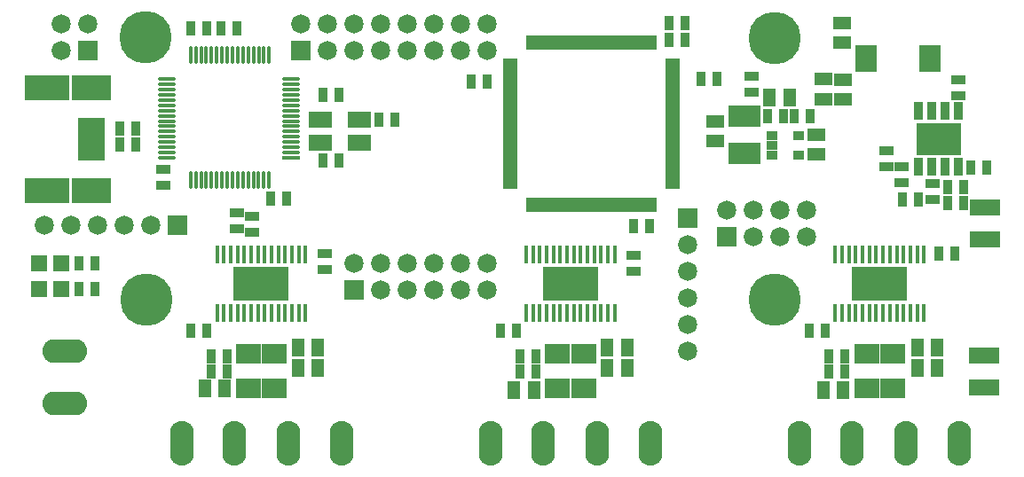
<source format=gts>
G04 (created by PCBNEW (2013-07-07 BZR 4022)-stable) date 01/02/2015 03:27:21*
%MOIN*%
G04 Gerber Fmt 3.4, Leading zero omitted, Abs format*
%FSLAX34Y34*%
G01*
G70*
G90*
G04 APERTURE LIST*
%ADD10C,0.00590551*%
%ADD11R,0.0219685X0.0519685*%
%ADD12R,0.0519685X0.0219685*%
%ADD13R,0.0659055X0.0157055*%
%ADD14O,0.0659055X0.0157055*%
%ADD15O,0.0157055X0.0659055*%
%ADD16R,0.0174X0.0686*%
%ADD17R,0.2095X0.1276*%
%ADD18R,0.0469685X0.0669685*%
%ADD19R,0.100569X0.0316685*%
%ADD20R,0.149769X0.0926685*%
%ADD21R,0.169468X0.0926685*%
%ADD22O,0.167968X0.0899685*%
%ADD23R,0.0591685X0.0591685*%
%ADD24R,0.0369685X0.0569685*%
%ADD25R,0.0919685X0.0719685*%
%ADD26R,0.0788976X0.0985827*%
%ADD27R,0.0569685X0.0369685*%
%ADD28R,0.121969X0.0819685*%
%ADD29R,0.0669685X0.0469685*%
%ADD30R,0.0419685X0.0319685*%
%ADD31R,0.111969X0.0619685*%
%ADD32R,0.0907087X0.0592126*%
%ADD33R,0.0355685X0.0670685*%
%ADD34R,0.169468X0.122169*%
%ADD35O,0.0899685X0.167968*%
%ADD36C,0.19685*%
%ADD37R,0.0719685X0.0719685*%
%ADD38C,0.0719685*%
G04 APERTURE END LIST*
G54D10*
G54D11*
X65253Y-41435D03*
X60533Y-41435D03*
X60733Y-41435D03*
X60923Y-41435D03*
X61123Y-41435D03*
X61323Y-41435D03*
X61513Y-41435D03*
X61713Y-41435D03*
X61913Y-41435D03*
X62103Y-41435D03*
X62303Y-41435D03*
X62503Y-41435D03*
X62703Y-41435D03*
X62893Y-41435D03*
X63093Y-41435D03*
X63293Y-41435D03*
X63483Y-41435D03*
X63683Y-41435D03*
X63883Y-41435D03*
X64073Y-41435D03*
X64273Y-41435D03*
X64473Y-41435D03*
X64663Y-41435D03*
X64863Y-41435D03*
X65063Y-41435D03*
G54D12*
X59843Y-40745D03*
X59843Y-36025D03*
X59843Y-36225D03*
X59843Y-36415D03*
X59843Y-36615D03*
X59843Y-36815D03*
X59843Y-37005D03*
X59843Y-37205D03*
X59843Y-37405D03*
X59843Y-37595D03*
X59843Y-37795D03*
X59843Y-37995D03*
X59843Y-38195D03*
X59843Y-38385D03*
X59843Y-38585D03*
X59843Y-38785D03*
X59843Y-38975D03*
X59843Y-39175D03*
X59843Y-39375D03*
X59843Y-39565D03*
X59843Y-39765D03*
X59843Y-39965D03*
X59843Y-40155D03*
X59843Y-40355D03*
X59843Y-40555D03*
X65943Y-40745D03*
X65943Y-40545D03*
X65943Y-40355D03*
X65943Y-40155D03*
X65943Y-39955D03*
X65943Y-39765D03*
X65943Y-39565D03*
X65943Y-39365D03*
X65943Y-39175D03*
X65943Y-38975D03*
X65943Y-38775D03*
X65943Y-38575D03*
X65943Y-38385D03*
X65943Y-38185D03*
X65943Y-37985D03*
X65943Y-37795D03*
X65943Y-37595D03*
X65943Y-37395D03*
X65943Y-37205D03*
X65943Y-37005D03*
X65943Y-36805D03*
X65943Y-36615D03*
X65943Y-36415D03*
X65943Y-36215D03*
X65943Y-36025D03*
G54D11*
X65253Y-35335D03*
X65053Y-35335D03*
X64863Y-35335D03*
X64663Y-35335D03*
X64463Y-35335D03*
X64273Y-35335D03*
X64073Y-35335D03*
X63873Y-35335D03*
X63683Y-35335D03*
X63483Y-35335D03*
X63283Y-35335D03*
X63083Y-35335D03*
X62893Y-35335D03*
X62693Y-35335D03*
X62493Y-35335D03*
X62303Y-35335D03*
X62103Y-35335D03*
X61903Y-35335D03*
X61713Y-35335D03*
X61513Y-35335D03*
X61313Y-35335D03*
X61123Y-35335D03*
X60923Y-35335D03*
X60723Y-35335D03*
X60533Y-35335D03*
G54D13*
X51622Y-39664D03*
G54D14*
X51622Y-39467D03*
X51622Y-39270D03*
X51622Y-39073D03*
X51622Y-38876D03*
X51622Y-38680D03*
X51622Y-38483D03*
X51622Y-38286D03*
X51622Y-38089D03*
X51622Y-37892D03*
X51622Y-37695D03*
X51622Y-37499D03*
X51622Y-37302D03*
X51622Y-37105D03*
X51622Y-36908D03*
X51622Y-36711D03*
G54D15*
X50787Y-35813D03*
X50590Y-35813D03*
X50393Y-35813D03*
X50196Y-35813D03*
X49999Y-35813D03*
X49803Y-35813D03*
X49606Y-35813D03*
X49409Y-35813D03*
X49212Y-35813D03*
X49015Y-35813D03*
X48818Y-35813D03*
X48622Y-35813D03*
X48425Y-35813D03*
X48228Y-35813D03*
X48031Y-35813D03*
X47834Y-35813D03*
G54D14*
X46936Y-36711D03*
X46936Y-36908D03*
X46936Y-37105D03*
X46936Y-37302D03*
X46936Y-37499D03*
X46936Y-37695D03*
X46936Y-37892D03*
X46936Y-38089D03*
X46936Y-38286D03*
X46936Y-38483D03*
X46936Y-38680D03*
X46936Y-38876D03*
X46936Y-39073D03*
X46936Y-39270D03*
X46936Y-39467D03*
X46936Y-39664D03*
G54D15*
X47834Y-40499D03*
X48031Y-40499D03*
X48425Y-40499D03*
X48228Y-40506D03*
X48622Y-40499D03*
X48818Y-40499D03*
X49015Y-40499D03*
X49212Y-40499D03*
X49409Y-40499D03*
X49606Y-40499D03*
X49800Y-40499D03*
X49997Y-40499D03*
X50194Y-40499D03*
X50391Y-40499D03*
X50587Y-40499D03*
X50784Y-40499D03*
G54D16*
X52155Y-43287D03*
X51899Y-43287D03*
X51644Y-43287D03*
X51388Y-43287D03*
X51132Y-43287D03*
X50876Y-43287D03*
X50620Y-43287D03*
X50364Y-43287D03*
X50108Y-43287D03*
X49852Y-43287D03*
X49596Y-43287D03*
X49340Y-43287D03*
X49085Y-43287D03*
X48829Y-43287D03*
G54D17*
X50492Y-44389D03*
G54D16*
X48829Y-45491D03*
X49085Y-45491D03*
X49340Y-45491D03*
X49596Y-45491D03*
X49852Y-45491D03*
X50108Y-45491D03*
X50364Y-45491D03*
X50620Y-45491D03*
X50876Y-45491D03*
X51132Y-45491D03*
X51388Y-45491D03*
X51644Y-45491D03*
X51899Y-45491D03*
X52155Y-45491D03*
X63769Y-43287D03*
X63513Y-43287D03*
X63258Y-43287D03*
X63002Y-43287D03*
X62746Y-43287D03*
X62490Y-43287D03*
X62234Y-43287D03*
X61978Y-43287D03*
X61722Y-43287D03*
X61466Y-43287D03*
X61210Y-43287D03*
X60954Y-43287D03*
X60699Y-43287D03*
X60443Y-43287D03*
G54D17*
X62106Y-44389D03*
G54D16*
X60443Y-45491D03*
X60699Y-45491D03*
X60954Y-45491D03*
X61210Y-45491D03*
X61466Y-45491D03*
X61722Y-45491D03*
X61978Y-45491D03*
X62234Y-45491D03*
X62490Y-45491D03*
X62746Y-45491D03*
X63002Y-45491D03*
X63258Y-45491D03*
X63513Y-45491D03*
X63769Y-45491D03*
X75383Y-43287D03*
X75127Y-43287D03*
X74872Y-43287D03*
X74616Y-43287D03*
X74360Y-43287D03*
X74104Y-43287D03*
X73848Y-43287D03*
X73592Y-43287D03*
X73336Y-43287D03*
X73080Y-43287D03*
X72824Y-43287D03*
X72568Y-43287D03*
X72313Y-43287D03*
X72057Y-43287D03*
G54D17*
X73720Y-44389D03*
G54D16*
X72057Y-45491D03*
X72313Y-45491D03*
X72568Y-45491D03*
X72824Y-45491D03*
X73080Y-45491D03*
X73336Y-45491D03*
X73592Y-45491D03*
X73848Y-45491D03*
X74104Y-45491D03*
X74360Y-45491D03*
X74616Y-45491D03*
X74872Y-45491D03*
X75127Y-45491D03*
X75383Y-45491D03*
G54D18*
X63483Y-47559D03*
X64233Y-47559D03*
X51869Y-46811D03*
X52619Y-46811D03*
X51869Y-47559D03*
X52619Y-47559D03*
X49115Y-48346D03*
X48365Y-48346D03*
X75136Y-46811D03*
X75886Y-46811D03*
X75136Y-47559D03*
X75886Y-47559D03*
X72343Y-48385D03*
X71593Y-48385D03*
X63483Y-46811D03*
X64233Y-46811D03*
X60729Y-48385D03*
X59979Y-48385D03*
G54D19*
X44094Y-38346D03*
X44094Y-38661D03*
X44094Y-38976D03*
X44094Y-39291D03*
X44094Y-39606D03*
G54D20*
X44094Y-37037D03*
X44094Y-40915D03*
G54D21*
X42440Y-37037D03*
X42440Y-40915D03*
G54D22*
X43110Y-46923D03*
X43110Y-48893D03*
G54D23*
X42972Y-44606D03*
X42146Y-44606D03*
X42972Y-43622D03*
X42146Y-43622D03*
G54D24*
X45772Y-38582D03*
X45172Y-38582D03*
X45172Y-39173D03*
X45772Y-39173D03*
G54D25*
X50984Y-47027D03*
X50984Y-48327D03*
X50000Y-47027D03*
X50000Y-48327D03*
X62598Y-47027D03*
X62598Y-48327D03*
X61614Y-47027D03*
X61614Y-48327D03*
X74212Y-47027D03*
X74212Y-48327D03*
X73228Y-47027D03*
X73228Y-48327D03*
G54D24*
X43637Y-44606D03*
X44237Y-44606D03*
X43637Y-43622D03*
X44237Y-43622D03*
G54D26*
X75610Y-35925D03*
X73208Y-35925D03*
G54D27*
X74555Y-40603D03*
X74555Y-40003D03*
X73964Y-40012D03*
X73964Y-39412D03*
G54D24*
X47849Y-46181D03*
X48449Y-46181D03*
X59463Y-46181D03*
X60063Y-46181D03*
X71077Y-46181D03*
X71677Y-46181D03*
G54D28*
X68641Y-39499D03*
X68641Y-38099D03*
G54D29*
X71338Y-39548D03*
X71338Y-38798D03*
G54D18*
X69585Y-37401D03*
X70335Y-37401D03*
G54D29*
X67559Y-38286D03*
X67559Y-39036D03*
G54D24*
X69522Y-38090D03*
X70122Y-38090D03*
X70507Y-38090D03*
X71107Y-38090D03*
G54D30*
X69677Y-38817D03*
X69677Y-39567D03*
X70677Y-38817D03*
X69677Y-39192D03*
X70677Y-39567D03*
G54D31*
X77637Y-48316D03*
X77637Y-47116D03*
X77677Y-41525D03*
X77677Y-42725D03*
G54D27*
X75696Y-40633D03*
X75696Y-41233D03*
G54D24*
X75170Y-41248D03*
X74570Y-41248D03*
G54D29*
X72342Y-36731D03*
X72342Y-37481D03*
X72322Y-35335D03*
X72322Y-34585D03*
X71614Y-36711D03*
X71614Y-37461D03*
G54D24*
X76262Y-41366D03*
X76862Y-41366D03*
X76862Y-40775D03*
X76262Y-40775D03*
X77129Y-40027D03*
X77729Y-40027D03*
G54D27*
X76692Y-37347D03*
X76692Y-36747D03*
G54D24*
X49197Y-47125D03*
X48597Y-47125D03*
X48597Y-47716D03*
X49197Y-47716D03*
G54D27*
X52874Y-43282D03*
X52874Y-43882D03*
G54D24*
X60811Y-47125D03*
X60211Y-47125D03*
X60211Y-47716D03*
X60811Y-47716D03*
X71825Y-47716D03*
X72425Y-47716D03*
G54D27*
X64488Y-43322D03*
X64488Y-43922D03*
G54D24*
X75959Y-43267D03*
X76559Y-43267D03*
X72425Y-47125D03*
X71825Y-47125D03*
G54D32*
X52716Y-39114D03*
X54173Y-39114D03*
X54173Y-38248D03*
X52716Y-38248D03*
G54D24*
X52810Y-39763D03*
X53410Y-39763D03*
X54896Y-38228D03*
X55496Y-38228D03*
G54D33*
X76683Y-40014D03*
X76683Y-37914D03*
X76183Y-40014D03*
X75683Y-40014D03*
X75183Y-40014D03*
X76183Y-37914D03*
X75683Y-37914D03*
X75183Y-37914D03*
G54D34*
X75933Y-38964D03*
G54D27*
X50157Y-41865D03*
X50157Y-42465D03*
X49566Y-42347D03*
X49566Y-41747D03*
X46800Y-40100D03*
X46800Y-40700D03*
G54D24*
X47850Y-34800D03*
X48450Y-34800D03*
X49591Y-34803D03*
X48991Y-34803D03*
X52800Y-37300D03*
X53400Y-37300D03*
X65800Y-34600D03*
X66400Y-34600D03*
X50850Y-41200D03*
X51450Y-41200D03*
X64463Y-42244D03*
X65063Y-42244D03*
X65802Y-35236D03*
X66402Y-35236D03*
X58961Y-36811D03*
X58361Y-36811D03*
X67022Y-36712D03*
X67622Y-36712D03*
G54D27*
X68897Y-37209D03*
X68897Y-36609D03*
G54D35*
X47510Y-50400D03*
X49480Y-50400D03*
X51500Y-50400D03*
X53500Y-50400D03*
X59110Y-50400D03*
X61080Y-50400D03*
X63100Y-50400D03*
X65100Y-50400D03*
X70710Y-50400D03*
X72680Y-50400D03*
X74700Y-50400D03*
X76700Y-50400D03*
G54D36*
X46150Y-35150D03*
X69783Y-35157D03*
X69773Y-45000D03*
X46161Y-45000D03*
G54D37*
X51972Y-35618D03*
G54D38*
X51972Y-34618D03*
X52972Y-35618D03*
X52972Y-34618D03*
X53972Y-35618D03*
X53972Y-34618D03*
X54972Y-35618D03*
X54972Y-34618D03*
X55972Y-35618D03*
X55972Y-34618D03*
X56972Y-35618D03*
X56972Y-34618D03*
X57972Y-35618D03*
X57972Y-34618D03*
X58972Y-35618D03*
X58972Y-34618D03*
G54D37*
X43972Y-35618D03*
G54D38*
X42972Y-35618D03*
X43972Y-34618D03*
X42972Y-34618D03*
G54D37*
X47342Y-42204D03*
G54D38*
X46342Y-42204D03*
X45342Y-42204D03*
X44342Y-42204D03*
X43342Y-42204D03*
X42342Y-42204D03*
G54D37*
X66515Y-41929D03*
G54D38*
X66515Y-42929D03*
X66515Y-43929D03*
X66515Y-44929D03*
X66515Y-45929D03*
X66515Y-46929D03*
G54D37*
X53972Y-44618D03*
G54D38*
X53972Y-43618D03*
X54972Y-44618D03*
X54972Y-43618D03*
X55972Y-44618D03*
X55972Y-43618D03*
X56972Y-44618D03*
X56972Y-43618D03*
X57972Y-44618D03*
X57972Y-43618D03*
X58972Y-44618D03*
X58972Y-43618D03*
G54D37*
X67972Y-42618D03*
G54D38*
X67972Y-41618D03*
X68972Y-42618D03*
X68972Y-41618D03*
X69972Y-42618D03*
X69972Y-41618D03*
X70972Y-42618D03*
X70972Y-41618D03*
M02*

</source>
